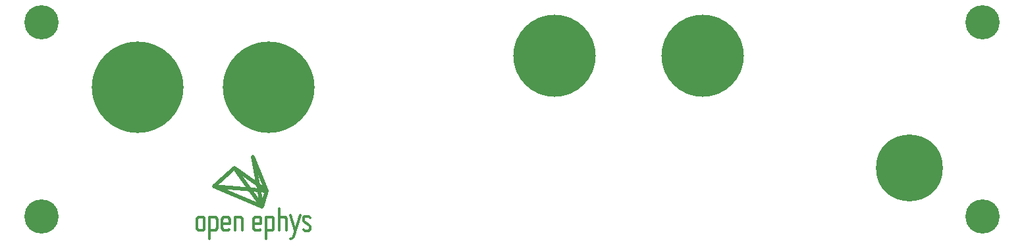
<source format=gbr>
G04 EAGLE Gerber RS-274X export*
G75*
%MOMM*%
%FSLAX34Y34*%
%LPD*%
%INSoldermask Top*%
%IPPOS*%
%AMOC8*
5,1,8,0,0,1.08239X$1,22.5*%
G01*
%ADD10C,11.801600*%
%ADD11C,10.601600*%
%ADD12C,8.601600*%
%ADD13C,0.550000*%
%ADD14C,0.360000*%
%ADD15C,4.417600*%


D10*
X182400Y222800D03*
X351310Y222800D03*
D11*
X718340Y264000D03*
X908840Y264000D03*
D12*
X1174940Y119000D03*
D13*
X343000Y69000D02*
X281000Y95000D01*
X349000Y89000D01*
X343000Y69000D01*
X331000Y133000D01*
X349000Y89000D01*
X307000Y119000D01*
X281000Y95000D01*
X307000Y119000D02*
X343000Y69000D01*
D14*
X262600Y55800D02*
X262482Y55798D01*
X262365Y55792D01*
X262247Y55783D01*
X262130Y55769D01*
X262014Y55752D01*
X261898Y55731D01*
X261783Y55706D01*
X261668Y55677D01*
X261555Y55645D01*
X261443Y55609D01*
X261332Y55569D01*
X261222Y55526D01*
X261114Y55479D01*
X261008Y55429D01*
X260903Y55375D01*
X260800Y55318D01*
X260699Y55257D01*
X260600Y55193D01*
X260503Y55126D01*
X260408Y55056D01*
X260316Y54983D01*
X260226Y54907D01*
X260139Y54828D01*
X260054Y54746D01*
X259972Y54661D01*
X259893Y54574D01*
X259817Y54484D01*
X259744Y54392D01*
X259674Y54297D01*
X259607Y54200D01*
X259543Y54101D01*
X259482Y54000D01*
X259425Y53897D01*
X259371Y53792D01*
X259321Y53686D01*
X259274Y53578D01*
X259231Y53468D01*
X259191Y53357D01*
X259155Y53245D01*
X259123Y53132D01*
X259094Y53017D01*
X259069Y52902D01*
X259048Y52786D01*
X259031Y52670D01*
X259017Y52553D01*
X259008Y52435D01*
X259002Y52318D01*
X259000Y52200D01*
X259000Y41800D01*
X259002Y41682D01*
X259008Y41565D01*
X259017Y41447D01*
X259031Y41330D01*
X259048Y41214D01*
X259069Y41098D01*
X259094Y40983D01*
X259123Y40868D01*
X259155Y40755D01*
X259191Y40643D01*
X259231Y40532D01*
X259274Y40422D01*
X259321Y40314D01*
X259371Y40208D01*
X259425Y40103D01*
X259482Y40000D01*
X259543Y39899D01*
X259607Y39800D01*
X259674Y39703D01*
X259744Y39608D01*
X259817Y39516D01*
X259893Y39426D01*
X259972Y39339D01*
X260054Y39254D01*
X260139Y39172D01*
X260226Y39093D01*
X260316Y39017D01*
X260408Y38944D01*
X260503Y38874D01*
X260600Y38807D01*
X260699Y38743D01*
X260800Y38682D01*
X260903Y38625D01*
X261008Y38571D01*
X261114Y38521D01*
X261222Y38474D01*
X261332Y38431D01*
X261443Y38391D01*
X261555Y38355D01*
X261668Y38323D01*
X261783Y38294D01*
X261898Y38269D01*
X262014Y38248D01*
X262130Y38231D01*
X262247Y38217D01*
X262365Y38208D01*
X262482Y38202D01*
X262600Y38200D01*
X297400Y55800D02*
X297518Y55798D01*
X297635Y55792D01*
X297753Y55783D01*
X297870Y55769D01*
X297986Y55752D01*
X298102Y55731D01*
X298217Y55706D01*
X298332Y55677D01*
X298445Y55645D01*
X298557Y55609D01*
X298668Y55569D01*
X298778Y55526D01*
X298886Y55479D01*
X298992Y55429D01*
X299097Y55375D01*
X299200Y55318D01*
X299301Y55257D01*
X299400Y55193D01*
X299497Y55126D01*
X299592Y55056D01*
X299684Y54983D01*
X299774Y54907D01*
X299861Y54828D01*
X299946Y54746D01*
X300028Y54661D01*
X300107Y54574D01*
X300183Y54484D01*
X300256Y54392D01*
X300326Y54297D01*
X300393Y54200D01*
X300457Y54101D01*
X300518Y54000D01*
X300575Y53897D01*
X300629Y53792D01*
X300679Y53686D01*
X300726Y53578D01*
X300769Y53468D01*
X300809Y53357D01*
X300845Y53245D01*
X300877Y53132D01*
X300906Y53017D01*
X300931Y52902D01*
X300952Y52786D01*
X300969Y52670D01*
X300983Y52553D01*
X300992Y52435D01*
X300998Y52318D01*
X301000Y52200D01*
X297400Y55800D02*
X295000Y55800D01*
X294882Y55798D01*
X294765Y55792D01*
X294647Y55783D01*
X294530Y55769D01*
X294414Y55752D01*
X294298Y55731D01*
X294183Y55706D01*
X294068Y55677D01*
X293955Y55645D01*
X293843Y55609D01*
X293732Y55569D01*
X293622Y55526D01*
X293514Y55479D01*
X293408Y55429D01*
X293303Y55375D01*
X293200Y55318D01*
X293099Y55257D01*
X293000Y55193D01*
X292903Y55126D01*
X292808Y55056D01*
X292716Y54983D01*
X292626Y54907D01*
X292539Y54828D01*
X292454Y54746D01*
X292372Y54661D01*
X292293Y54574D01*
X292217Y54484D01*
X292144Y54392D01*
X292074Y54297D01*
X292007Y54200D01*
X291943Y54101D01*
X291882Y54000D01*
X291825Y53897D01*
X291771Y53792D01*
X291721Y53686D01*
X291674Y53578D01*
X291631Y53468D01*
X291591Y53357D01*
X291555Y53245D01*
X291523Y53132D01*
X291494Y53017D01*
X291469Y52902D01*
X291448Y52786D01*
X291431Y52670D01*
X291417Y52553D01*
X291408Y52435D01*
X291402Y52318D01*
X291400Y52200D01*
X291400Y41800D01*
X291402Y41682D01*
X291408Y41565D01*
X291417Y41447D01*
X291431Y41330D01*
X291448Y41214D01*
X291469Y41098D01*
X291494Y40983D01*
X291523Y40868D01*
X291555Y40755D01*
X291591Y40643D01*
X291631Y40532D01*
X291674Y40422D01*
X291721Y40314D01*
X291771Y40208D01*
X291825Y40103D01*
X291882Y40000D01*
X291943Y39899D01*
X292007Y39800D01*
X292074Y39703D01*
X292144Y39608D01*
X292217Y39516D01*
X292293Y39426D01*
X292372Y39339D01*
X292454Y39254D01*
X292539Y39172D01*
X292626Y39093D01*
X292716Y39017D01*
X292808Y38944D01*
X292903Y38874D01*
X293000Y38807D01*
X293099Y38743D01*
X293200Y38682D01*
X293303Y38625D01*
X293408Y38571D01*
X293514Y38521D01*
X293622Y38474D01*
X293732Y38431D01*
X293843Y38391D01*
X293955Y38355D01*
X294068Y38323D01*
X294183Y38294D01*
X294298Y38269D01*
X294414Y38248D01*
X294530Y38231D01*
X294647Y38217D01*
X294765Y38208D01*
X294882Y38202D01*
X295000Y38200D01*
X317400Y38200D02*
X317400Y52200D01*
X317398Y52318D01*
X317392Y52435D01*
X317383Y52553D01*
X317369Y52670D01*
X317352Y52786D01*
X317331Y52902D01*
X317306Y53017D01*
X317277Y53132D01*
X317245Y53245D01*
X317209Y53357D01*
X317169Y53468D01*
X317126Y53578D01*
X317079Y53686D01*
X317029Y53792D01*
X316975Y53897D01*
X316918Y54000D01*
X316857Y54101D01*
X316793Y54200D01*
X316726Y54297D01*
X316656Y54392D01*
X316583Y54484D01*
X316507Y54574D01*
X316428Y54661D01*
X316346Y54746D01*
X316261Y54828D01*
X316174Y54907D01*
X316084Y54983D01*
X315992Y55056D01*
X315897Y55126D01*
X315800Y55193D01*
X315701Y55257D01*
X315600Y55318D01*
X315497Y55375D01*
X315392Y55429D01*
X315286Y55479D01*
X315178Y55526D01*
X315068Y55569D01*
X314957Y55609D01*
X314845Y55645D01*
X314732Y55677D01*
X314617Y55706D01*
X314502Y55731D01*
X314386Y55752D01*
X314270Y55769D01*
X314153Y55783D01*
X314035Y55792D01*
X313918Y55798D01*
X313800Y55800D01*
X307800Y55800D01*
X307800Y38200D01*
X347800Y38200D02*
X347800Y55800D01*
X347800Y38200D02*
X353800Y38200D01*
X353918Y38202D01*
X354035Y38208D01*
X354153Y38217D01*
X354270Y38231D01*
X354386Y38248D01*
X354502Y38269D01*
X354617Y38294D01*
X354732Y38323D01*
X354845Y38355D01*
X354957Y38391D01*
X355068Y38431D01*
X355178Y38474D01*
X355286Y38521D01*
X355392Y38571D01*
X355497Y38625D01*
X355600Y38682D01*
X355701Y38743D01*
X355800Y38807D01*
X355897Y38874D01*
X355992Y38944D01*
X356084Y39017D01*
X356174Y39093D01*
X356261Y39172D01*
X356346Y39254D01*
X356428Y39339D01*
X356507Y39426D01*
X356583Y39516D01*
X356656Y39608D01*
X356726Y39703D01*
X356793Y39800D01*
X356857Y39899D01*
X356918Y40000D01*
X356975Y40103D01*
X357029Y40208D01*
X357079Y40314D01*
X357126Y40422D01*
X357169Y40532D01*
X357209Y40643D01*
X357245Y40755D01*
X357277Y40868D01*
X357306Y40983D01*
X357331Y41098D01*
X357352Y41214D01*
X357369Y41330D01*
X357383Y41447D01*
X357392Y41565D01*
X357398Y41682D01*
X357400Y41800D01*
X357400Y52200D01*
X357398Y52318D01*
X357392Y52435D01*
X357383Y52553D01*
X357369Y52670D01*
X357352Y52786D01*
X357331Y52902D01*
X357306Y53017D01*
X357277Y53132D01*
X357245Y53245D01*
X357209Y53357D01*
X357169Y53468D01*
X357126Y53578D01*
X357079Y53686D01*
X357029Y53792D01*
X356975Y53897D01*
X356918Y54000D01*
X356857Y54101D01*
X356793Y54200D01*
X356726Y54297D01*
X356656Y54392D01*
X356583Y54484D01*
X356507Y54574D01*
X356428Y54661D01*
X356346Y54746D01*
X356261Y54828D01*
X356174Y54907D01*
X356084Y54983D01*
X355992Y55056D01*
X355897Y55126D01*
X355800Y55193D01*
X355701Y55257D01*
X355600Y55318D01*
X355497Y55375D01*
X355392Y55429D01*
X355286Y55479D01*
X355178Y55526D01*
X355068Y55569D01*
X354957Y55609D01*
X354845Y55645D01*
X354732Y55677D01*
X354617Y55706D01*
X354502Y55731D01*
X354386Y55752D01*
X354270Y55769D01*
X354153Y55783D01*
X354035Y55792D01*
X353918Y55798D01*
X353800Y55800D01*
X347800Y55800D01*
X275200Y55800D02*
X275200Y38200D01*
X281200Y38200D01*
X281318Y38202D01*
X281435Y38208D01*
X281553Y38217D01*
X281670Y38231D01*
X281786Y38248D01*
X281902Y38269D01*
X282017Y38294D01*
X282132Y38323D01*
X282245Y38355D01*
X282357Y38391D01*
X282468Y38431D01*
X282578Y38474D01*
X282686Y38521D01*
X282792Y38571D01*
X282897Y38625D01*
X283000Y38682D01*
X283101Y38743D01*
X283200Y38807D01*
X283297Y38874D01*
X283392Y38944D01*
X283484Y39017D01*
X283574Y39093D01*
X283661Y39172D01*
X283746Y39254D01*
X283828Y39339D01*
X283907Y39426D01*
X283983Y39516D01*
X284056Y39608D01*
X284126Y39703D01*
X284193Y39800D01*
X284257Y39899D01*
X284318Y40000D01*
X284375Y40103D01*
X284429Y40208D01*
X284479Y40314D01*
X284526Y40422D01*
X284569Y40532D01*
X284609Y40643D01*
X284645Y40755D01*
X284677Y40868D01*
X284706Y40983D01*
X284731Y41098D01*
X284752Y41214D01*
X284769Y41330D01*
X284783Y41447D01*
X284792Y41565D01*
X284798Y41682D01*
X284800Y41800D01*
X284800Y52200D01*
X284798Y52318D01*
X284792Y52435D01*
X284783Y52553D01*
X284769Y52670D01*
X284752Y52786D01*
X284731Y52902D01*
X284706Y53017D01*
X284677Y53132D01*
X284645Y53245D01*
X284609Y53357D01*
X284569Y53468D01*
X284526Y53578D01*
X284479Y53686D01*
X284429Y53792D01*
X284375Y53897D01*
X284318Y54000D01*
X284257Y54101D01*
X284193Y54200D01*
X284126Y54297D01*
X284056Y54392D01*
X283983Y54484D01*
X283907Y54574D01*
X283828Y54661D01*
X283746Y54746D01*
X283661Y54828D01*
X283574Y54907D01*
X283484Y54983D01*
X283392Y55056D01*
X283297Y55126D01*
X283200Y55193D01*
X283101Y55257D01*
X283000Y55318D01*
X282897Y55375D01*
X282792Y55429D01*
X282686Y55479D01*
X282578Y55526D01*
X282468Y55569D01*
X282357Y55609D01*
X282245Y55645D01*
X282132Y55677D01*
X282017Y55706D01*
X281902Y55731D01*
X281786Y55752D01*
X281670Y55769D01*
X281553Y55783D01*
X281435Y55792D01*
X281318Y55798D01*
X281200Y55800D01*
X275200Y55800D01*
X275200Y38000D02*
X275200Y27600D01*
X337800Y55800D02*
X337918Y55798D01*
X338035Y55792D01*
X338153Y55783D01*
X338270Y55769D01*
X338386Y55752D01*
X338502Y55731D01*
X338617Y55706D01*
X338732Y55677D01*
X338845Y55645D01*
X338957Y55609D01*
X339068Y55569D01*
X339178Y55526D01*
X339286Y55479D01*
X339392Y55429D01*
X339497Y55375D01*
X339600Y55318D01*
X339701Y55257D01*
X339800Y55193D01*
X339897Y55126D01*
X339992Y55056D01*
X340084Y54983D01*
X340174Y54907D01*
X340261Y54828D01*
X340346Y54746D01*
X340428Y54661D01*
X340507Y54574D01*
X340583Y54484D01*
X340656Y54392D01*
X340726Y54297D01*
X340793Y54200D01*
X340857Y54101D01*
X340918Y54000D01*
X340975Y53897D01*
X341029Y53792D01*
X341079Y53686D01*
X341126Y53578D01*
X341169Y53468D01*
X341209Y53357D01*
X341245Y53245D01*
X341277Y53132D01*
X341306Y53017D01*
X341331Y52902D01*
X341352Y52786D01*
X341369Y52670D01*
X341383Y52553D01*
X341392Y52435D01*
X341398Y52318D01*
X341400Y52200D01*
X337800Y55800D02*
X335400Y55800D01*
X335282Y55798D01*
X335165Y55792D01*
X335047Y55783D01*
X334930Y55769D01*
X334814Y55752D01*
X334698Y55731D01*
X334583Y55706D01*
X334468Y55677D01*
X334355Y55645D01*
X334243Y55609D01*
X334132Y55569D01*
X334022Y55526D01*
X333914Y55479D01*
X333808Y55429D01*
X333703Y55375D01*
X333600Y55318D01*
X333499Y55257D01*
X333400Y55193D01*
X333303Y55126D01*
X333208Y55056D01*
X333116Y54983D01*
X333026Y54907D01*
X332939Y54828D01*
X332854Y54746D01*
X332772Y54661D01*
X332693Y54574D01*
X332617Y54484D01*
X332544Y54392D01*
X332474Y54297D01*
X332407Y54200D01*
X332343Y54101D01*
X332282Y54000D01*
X332225Y53897D01*
X332171Y53792D01*
X332121Y53686D01*
X332074Y53578D01*
X332031Y53468D01*
X331991Y53357D01*
X331955Y53245D01*
X331923Y53132D01*
X331894Y53017D01*
X331869Y52902D01*
X331848Y52786D01*
X331831Y52670D01*
X331817Y52553D01*
X331808Y52435D01*
X331802Y52318D01*
X331800Y52200D01*
X331800Y41800D01*
X331802Y41682D01*
X331808Y41565D01*
X331817Y41447D01*
X331831Y41330D01*
X331848Y41214D01*
X331869Y41098D01*
X331894Y40983D01*
X331923Y40868D01*
X331955Y40755D01*
X331991Y40643D01*
X332031Y40532D01*
X332074Y40422D01*
X332121Y40314D01*
X332171Y40208D01*
X332225Y40103D01*
X332282Y40000D01*
X332343Y39899D01*
X332407Y39800D01*
X332474Y39703D01*
X332544Y39608D01*
X332617Y39516D01*
X332693Y39426D01*
X332772Y39339D01*
X332854Y39254D01*
X332939Y39172D01*
X333026Y39093D01*
X333116Y39017D01*
X333208Y38944D01*
X333303Y38874D01*
X333400Y38807D01*
X333499Y38743D01*
X333600Y38682D01*
X333703Y38625D01*
X333808Y38571D01*
X333914Y38521D01*
X334022Y38474D01*
X334132Y38431D01*
X334243Y38391D01*
X334355Y38355D01*
X334468Y38323D01*
X334583Y38294D01*
X334698Y38269D01*
X334814Y38248D01*
X334930Y38231D01*
X335047Y38217D01*
X335165Y38208D01*
X335282Y38202D01*
X335400Y38200D01*
X333000Y47000D02*
X341400Y47000D01*
X339000Y38200D02*
X335400Y38200D01*
X339000Y38200D02*
X339073Y38202D01*
X339146Y38208D01*
X339219Y38217D01*
X339291Y38231D01*
X339362Y38248D01*
X339433Y38269D01*
X339502Y38293D01*
X339569Y38321D01*
X339636Y38353D01*
X339700Y38388D01*
X339762Y38426D01*
X339823Y38467D01*
X339881Y38512D01*
X339937Y38560D01*
X339990Y38610D01*
X340040Y38663D01*
X340088Y38719D01*
X340133Y38777D01*
X340174Y38838D01*
X340212Y38900D01*
X340247Y38964D01*
X340279Y39031D01*
X340307Y39098D01*
X340331Y39167D01*
X340352Y39238D01*
X340369Y39309D01*
X340383Y39381D01*
X340392Y39454D01*
X340398Y39527D01*
X340400Y39600D01*
X341400Y47000D02*
X341400Y51800D01*
X395800Y51800D02*
X395800Y52800D01*
X395800Y51800D02*
X396000Y50800D01*
X396800Y49600D01*
X400000Y47200D01*
X402800Y56200D02*
X402000Y56600D01*
X402800Y56200D02*
X403800Y55600D01*
X404200Y55000D01*
X404200Y54600D01*
X401000Y37600D02*
X398600Y37600D01*
X401000Y37600D02*
X401118Y37602D01*
X401235Y37608D01*
X401353Y37617D01*
X401470Y37631D01*
X401586Y37648D01*
X401702Y37669D01*
X401817Y37694D01*
X401932Y37723D01*
X402045Y37755D01*
X402157Y37791D01*
X402268Y37831D01*
X402378Y37874D01*
X402486Y37921D01*
X402592Y37971D01*
X402697Y38025D01*
X402800Y38082D01*
X402901Y38143D01*
X403000Y38207D01*
X403097Y38274D01*
X403192Y38344D01*
X403284Y38417D01*
X403374Y38493D01*
X403461Y38572D01*
X403546Y38654D01*
X403628Y38739D01*
X403707Y38826D01*
X403783Y38916D01*
X403856Y39008D01*
X403926Y39103D01*
X403993Y39200D01*
X404057Y39299D01*
X404118Y39400D01*
X404175Y39503D01*
X404229Y39608D01*
X404279Y39714D01*
X404326Y39822D01*
X404369Y39932D01*
X404409Y40043D01*
X404445Y40155D01*
X404477Y40268D01*
X404506Y40383D01*
X404531Y40498D01*
X404552Y40614D01*
X404569Y40730D01*
X404583Y40847D01*
X404592Y40965D01*
X404598Y41082D01*
X404600Y41200D01*
X404600Y41400D02*
X404600Y42400D01*
X404400Y43400D01*
X402600Y45200D01*
X399400Y47600D01*
X397600Y38000D02*
X398400Y37600D01*
X397600Y38000D02*
X396600Y38600D01*
X396200Y39200D01*
X396200Y39600D01*
X364600Y38400D02*
X364600Y66800D01*
X374200Y52200D02*
X374400Y38200D01*
X374200Y52200D02*
X374198Y52318D01*
X374192Y52435D01*
X374183Y52553D01*
X374169Y52670D01*
X374152Y52786D01*
X374131Y52902D01*
X374106Y53017D01*
X374077Y53132D01*
X374045Y53245D01*
X374009Y53357D01*
X373969Y53468D01*
X373926Y53578D01*
X373879Y53686D01*
X373829Y53792D01*
X373775Y53897D01*
X373718Y54000D01*
X373657Y54101D01*
X373593Y54200D01*
X373526Y54297D01*
X373456Y54392D01*
X373383Y54484D01*
X373307Y54574D01*
X373228Y54661D01*
X373146Y54746D01*
X373061Y54828D01*
X372974Y54907D01*
X372884Y54983D01*
X372792Y55056D01*
X372697Y55126D01*
X372600Y55193D01*
X372501Y55257D01*
X372400Y55318D01*
X372297Y55375D01*
X372192Y55429D01*
X372086Y55479D01*
X371978Y55526D01*
X371868Y55569D01*
X371757Y55609D01*
X371645Y55645D01*
X371532Y55677D01*
X371417Y55706D01*
X371302Y55731D01*
X371186Y55752D01*
X371070Y55769D01*
X370953Y55783D01*
X370835Y55792D01*
X370718Y55798D01*
X370600Y55800D01*
X366000Y55800D01*
X399400Y56600D02*
X401800Y56600D01*
X399400Y56600D02*
X399282Y56598D01*
X399165Y56592D01*
X399047Y56583D01*
X398930Y56569D01*
X398814Y56552D01*
X398698Y56531D01*
X398583Y56506D01*
X398468Y56477D01*
X398355Y56445D01*
X398243Y56409D01*
X398132Y56369D01*
X398022Y56326D01*
X397914Y56279D01*
X397808Y56229D01*
X397703Y56175D01*
X397600Y56118D01*
X397499Y56057D01*
X397400Y55993D01*
X397303Y55926D01*
X397208Y55856D01*
X397116Y55783D01*
X397026Y55707D01*
X396939Y55628D01*
X396854Y55546D01*
X396772Y55461D01*
X396693Y55374D01*
X396617Y55284D01*
X396544Y55192D01*
X396474Y55097D01*
X396407Y55000D01*
X396343Y54901D01*
X396282Y54800D01*
X396225Y54697D01*
X396171Y54592D01*
X396121Y54486D01*
X396074Y54378D01*
X396031Y54268D01*
X395991Y54157D01*
X395955Y54045D01*
X395923Y53932D01*
X395894Y53817D01*
X395869Y53702D01*
X395848Y53586D01*
X395831Y53470D01*
X395817Y53353D01*
X395808Y53235D01*
X395802Y53118D01*
X395800Y53000D01*
X301000Y47000D02*
X292600Y47000D01*
X295000Y38200D02*
X298600Y38200D01*
X298673Y38202D01*
X298746Y38208D01*
X298819Y38217D01*
X298891Y38231D01*
X298962Y38248D01*
X299033Y38269D01*
X299102Y38293D01*
X299169Y38321D01*
X299236Y38353D01*
X299300Y38388D01*
X299362Y38426D01*
X299423Y38467D01*
X299481Y38512D01*
X299537Y38560D01*
X299590Y38610D01*
X299640Y38663D01*
X299688Y38719D01*
X299733Y38777D01*
X299774Y38838D01*
X299812Y38900D01*
X299847Y38964D01*
X299879Y39031D01*
X299907Y39098D01*
X299931Y39167D01*
X299952Y39238D01*
X299969Y39309D01*
X299983Y39381D01*
X299992Y39454D01*
X299998Y39527D01*
X300000Y39600D01*
X301000Y47000D02*
X301000Y51800D01*
X347800Y38000D02*
X347800Y27600D01*
X385400Y38400D02*
X378800Y57600D01*
X391600Y57600D02*
X383200Y30600D01*
X383000Y30200D02*
X381600Y28200D01*
X379800Y27800D01*
X378800Y27800D01*
X268500Y41800D02*
X268498Y41682D01*
X268492Y41565D01*
X268483Y41447D01*
X268469Y41330D01*
X268452Y41214D01*
X268431Y41098D01*
X268406Y40983D01*
X268377Y40868D01*
X268345Y40755D01*
X268309Y40643D01*
X268269Y40532D01*
X268226Y40422D01*
X268179Y40314D01*
X268129Y40208D01*
X268075Y40103D01*
X268018Y40000D01*
X267957Y39899D01*
X267893Y39800D01*
X267826Y39703D01*
X267756Y39608D01*
X267683Y39516D01*
X267607Y39426D01*
X267528Y39339D01*
X267446Y39254D01*
X267361Y39172D01*
X267274Y39093D01*
X267184Y39017D01*
X267092Y38944D01*
X266997Y38874D01*
X266900Y38807D01*
X266801Y38743D01*
X266700Y38682D01*
X266597Y38625D01*
X266492Y38571D01*
X266386Y38521D01*
X266278Y38474D01*
X266168Y38431D01*
X266057Y38391D01*
X265945Y38355D01*
X265832Y38323D01*
X265717Y38294D01*
X265602Y38269D01*
X265486Y38248D01*
X265370Y38231D01*
X265253Y38217D01*
X265135Y38208D01*
X265018Y38202D01*
X264900Y38200D01*
X268500Y41800D02*
X268500Y52200D01*
X268498Y52318D01*
X268492Y52435D01*
X268483Y52553D01*
X268469Y52670D01*
X268452Y52786D01*
X268431Y52902D01*
X268406Y53017D01*
X268377Y53132D01*
X268345Y53245D01*
X268309Y53357D01*
X268269Y53468D01*
X268226Y53578D01*
X268179Y53686D01*
X268129Y53792D01*
X268075Y53897D01*
X268018Y54000D01*
X267957Y54101D01*
X267893Y54200D01*
X267826Y54297D01*
X267756Y54392D01*
X267683Y54484D01*
X267607Y54574D01*
X267528Y54661D01*
X267446Y54746D01*
X267361Y54828D01*
X267274Y54907D01*
X267184Y54983D01*
X267092Y55056D01*
X266997Y55126D01*
X266900Y55193D01*
X266801Y55257D01*
X266700Y55318D01*
X266597Y55375D01*
X266492Y55429D01*
X266386Y55479D01*
X266278Y55526D01*
X266168Y55569D01*
X266057Y55609D01*
X265945Y55645D01*
X265832Y55677D01*
X265717Y55706D01*
X265602Y55731D01*
X265486Y55752D01*
X265370Y55769D01*
X265253Y55783D01*
X265135Y55792D01*
X265018Y55798D01*
X264900Y55800D01*
X262900Y55800D01*
X262700Y38200D02*
X264600Y38200D01*
D15*
X59210Y306600D03*
X59210Y56700D03*
X1269210Y56700D03*
X1269210Y306600D03*
M02*

</source>
